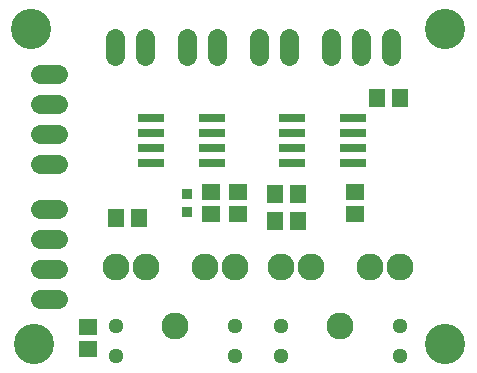
<source format=gts>
G75*
G70*
%OFA0B0*%
%FSLAX24Y24*%
%IPPOS*%
%LPD*%
%AMOC8*
5,1,8,0,0,1.08239X$1,22.5*
%
%ADD10C,0.0640*%
%ADD11R,0.0355X0.0355*%
%ADD12R,0.0631X0.0552*%
%ADD13C,0.1340*%
%ADD14C,0.0900*%
%ADD15C,0.0512*%
%ADD16R,0.0906X0.0276*%
%ADD17R,0.0552X0.0631*%
D10*
X001811Y003599D02*
X002411Y003599D01*
X002411Y004599D02*
X001811Y004599D01*
X001811Y005599D02*
X002411Y005599D01*
X002411Y006599D02*
X001811Y006599D01*
X001811Y008099D02*
X002411Y008099D01*
X002411Y009099D02*
X001811Y009099D01*
X001811Y010099D02*
X002411Y010099D01*
X002411Y011099D02*
X001811Y011099D01*
X004311Y011699D02*
X004311Y012299D01*
X005311Y012299D02*
X005311Y011699D01*
X006711Y011699D02*
X006711Y012299D01*
X007711Y012299D02*
X007711Y011699D01*
X009111Y011699D02*
X009111Y012299D01*
X010111Y012299D02*
X010111Y011699D01*
X011511Y011699D02*
X011511Y012299D01*
X012511Y012299D02*
X012511Y011699D01*
X013511Y011699D02*
X013511Y012299D01*
D11*
X006711Y007094D03*
X006711Y006504D03*
D12*
X007511Y006425D03*
X007511Y007173D03*
X008411Y007173D03*
X008411Y006425D03*
X012311Y006425D03*
X012311Y007173D03*
X003411Y002673D03*
X003411Y001925D03*
D13*
X001611Y002099D03*
X001511Y012599D03*
X015311Y012599D03*
X015311Y002099D03*
D14*
X013779Y004668D03*
X012795Y004668D03*
X010826Y004668D03*
X009842Y004668D03*
X008279Y004668D03*
X007295Y004668D03*
X005326Y004668D03*
X004342Y004668D03*
X006311Y002699D03*
X011811Y002699D03*
D15*
X013779Y002699D03*
X013779Y001715D03*
X009842Y001715D03*
X009842Y002699D03*
X008279Y002699D03*
X008279Y001715D03*
X004342Y001715D03*
X004342Y002699D03*
D16*
X005487Y008149D03*
X005487Y008649D03*
X005487Y009149D03*
X005487Y009649D03*
X007534Y009649D03*
X007534Y009149D03*
X007534Y008649D03*
X007534Y008149D03*
X010187Y008149D03*
X010187Y008649D03*
X010187Y009149D03*
X010187Y009649D03*
X012234Y009649D03*
X012234Y009149D03*
X012234Y008649D03*
X012234Y008149D03*
D17*
X010385Y007099D03*
X009637Y007099D03*
X009637Y006199D03*
X010385Y006199D03*
X013037Y010299D03*
X013785Y010299D03*
X005085Y006299D03*
X004337Y006299D03*
M02*

</source>
